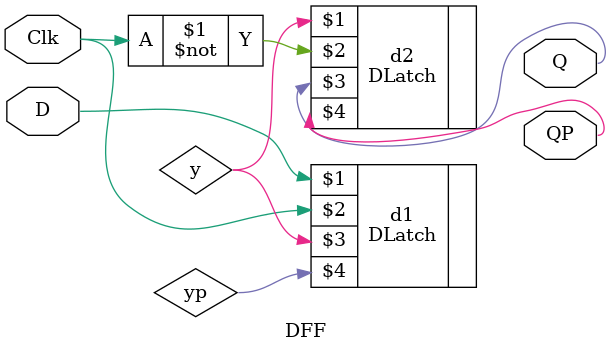
<source format=v>
`timescale 1ns / 1ps
module DFF(D,Clk,Q,QP);
	input D,Clk;
	output Q,QP;
	wire y,yp;
	
	DLatch d1(D,Clk,y,yp);  //Master
	DLatch d2(y,~Clk,Q,QP); //Slave
endmodule

</source>
